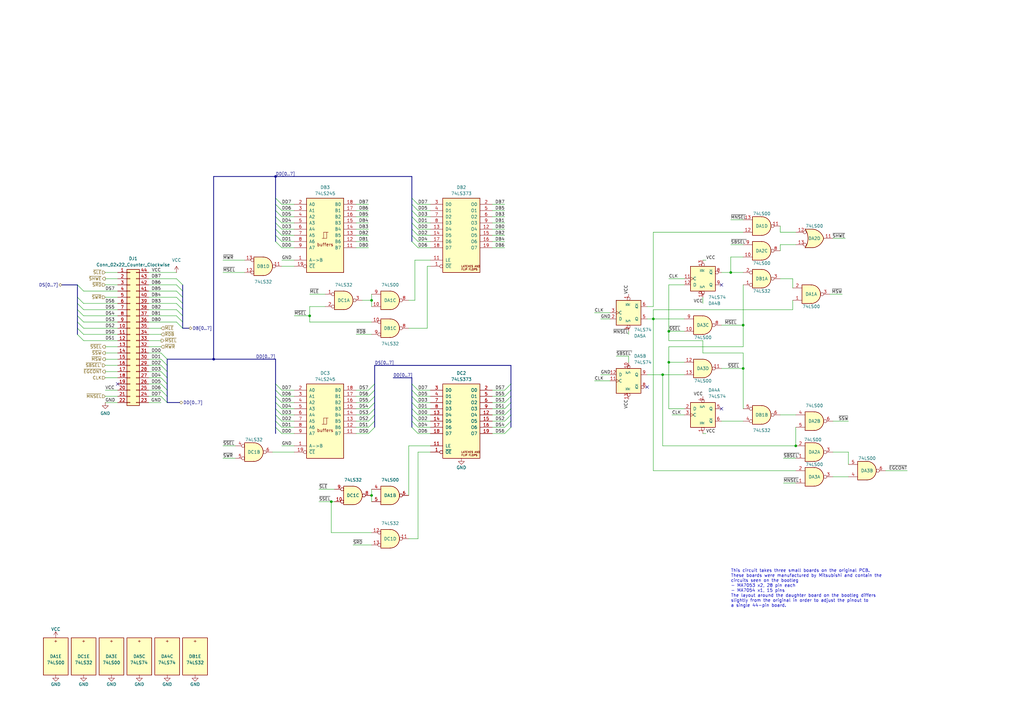
<source format=kicad_sch>
(kicad_sch (version 20231120) (generator "eeschema") (generator_version "8.0")
  (paper "A3")
  (title_block (title "Small daughter board") (date "2024-10-12") (company "JOTEGO") (comment 1 "Jose Tejada"))
  (lib_symbols
    (symbol "Connector_Generic:Conn_02x22_Counter_Clockwise" (pin_names (offset 1.016) hide)
      (property "Reference" "J" (at 1.27 27.94 0))
      (property "Value" "Conn_02x22_Counter_Clockwise" (at 1.27 -30.48 0))
      (symbol "Conn_02x22_Counter_Clockwise_1_1"
        (pin passive line (at -5.08 25.4 0) (length 3.81) (name "Pin_1") (number "1"))
        (pin passive line (at -5.08 2.54 0) (length 3.81) (name "Pin_10") (number "10"))
        (pin passive line (at -5.08 0 0) (length 3.81) (name "Pin_11") (number "11"))
        (pin passive line (at -5.08 -2.54 0) (length 3.81) (name "Pin_12") (number "12"))
        (pin passive line (at -5.08 -5.08 0) (length 3.81) (name "Pin_13") (number "13"))
        (pin passive line (at -5.08 -7.62 0) (length 3.81) (name "Pin_14") (number "14"))
        (pin passive line (at -5.08 -10.16 0) (length 3.81) (name "Pin_15") (number "15"))
        (pin passive line (at -5.08 -12.7 0) (length 3.81) (name "Pin_16") (number "16"))
        (pin passive line (at -5.08 -15.24 0) (length 3.81) (name "Pin_17") (number "17"))
        (pin passive line (at -5.08 -17.78 0) (length 3.81) (name "Pin_18") (number "18"))
        (pin passive line (at -5.08 -20.32 0) (length 3.81) (name "Pin_19") (number "19"))
        (pin passive line (at -5.08 22.86 0) (length 3.81) (name "Pin_2") (number "2"))
        (pin passive line (at -5.08 -22.86 0) (length 3.81) (name "Pin_20") (number "20"))
        (pin passive line (at -5.08 -25.4 0) (length 3.81) (name "Pin_21") (number "21"))
        (pin passive line (at -5.08 -27.94 0) (length 3.81) (name "Pin_22") (number "22"))
        (pin passive line (at 7.62 -27.94 180) (length 3.81) (name "Pin_23") (number "23"))
        (pin passive line (at 7.62 -25.4 180) (length 3.81) (name "Pin_24") (number "24"))
        (pin passive line (at 7.62 -22.86 180) (length 3.81) (name "Pin_25") (number "25"))
        (pin passive line (at 7.62 -20.32 180) (length 3.81) (name "Pin_26") (number "26"))
        (pin passive line (at 7.62 -17.78 180) (length 3.81) (name "Pin_27") (number "27"))
        (pin passive line (at 7.62 -15.24 180) (length 3.81) (name "Pin_28") (number "28"))
        (pin passive line (at 7.62 -12.7 180) (length 3.81) (name "Pin_29") (number "29"))
        (pin passive line (at -5.08 20.32 0) (length 3.81) (name "Pin_3") (number "3"))
        (pin passive line (at 7.62 -10.16 180) (length 3.81) (name "Pin_30") (number "30"))
        (pin passive line (at 7.62 -7.62 180) (length 3.81) (name "Pin_31") (number "31"))
        (pin passive line (at 7.62 -5.08 180) (length 3.81) (name "Pin_32") (number "32"))
        (pin passive line (at 7.62 -2.54 180) (length 3.81) (name "Pin_33") (number "33"))
        (pin passive line (at 7.62 0 180) (length 3.81) (name "Pin_34") (number "34"))
        (pin passive line (at 7.62 2.54 180) (length 3.81) (name "Pin_35") (number "35"))
        (pin passive line (at 7.62 5.08 180) (length 3.81) (name "Pin_36") (number "36"))
        (pin passive line (at 7.62 7.62 180) (length 3.81) (name "Pin_37") (number "37"))
        (pin passive line (at 7.62 10.16 180) (length 3.81) (name "Pin_38") (number "38"))
        (pin passive line (at 7.62 12.7 180) (length 3.81) (name "Pin_39") (number "39"))
        (pin passive line (at -5.08 17.78 0) (length 3.81) (name "Pin_4") (number "4"))
        (pin passive line (at 7.62 15.24 180) (length 3.81) (name "Pin_40") (number "40"))
        (pin passive line (at 7.62 17.78 180) (length 3.81) (name "Pin_41") (number "41"))
        (pin passive line (at 7.62 20.32 180) (length 3.81) (name "Pin_42") (number "42"))
        (pin passive line (at 7.62 22.86 180) (length 3.81) (name "Pin_43") (number "43"))
        (pin passive line (at 7.62 25.4 180) (length 3.81) (name "Pin_44") (number "44"))
        (pin passive line (at -5.08 15.24 0) (length 3.81) (name "Pin_5") (number "5"))
        (pin passive line (at -5.08 12.7 0) (length 3.81) (name "Pin_6") (number "6"))
        (pin passive line (at -5.08 10.16 0) (length 3.81) (name "Pin_7") (number "7"))
        (pin passive line (at -5.08 7.62 0) (length 3.81) (name "Pin_8") (number "8"))
        (pin passive line (at -5.08 5.08 0) (length 3.81) (name "Pin_9") (number "9"))
      )
    )
    (symbol "jt74:74LS00" (pin_names (offset 1.016))
      (property "Reference" "U" (at 0 1.27 0))
      (property "Value" "74LS00" (at 0 -1.27 0))
      (symbol "74LS00_1_1"
        (pin input line (at -7.62 2.54 0) (length 3.81) (name "~") (number "1"))
        (pin input line (at -7.62 -2.54 0) (length 3.81) (name "~") (number "2"))
        (pin output inverted (at 7.62 0 180) (length 3.81) (name "~") (number "3"))
      )
      (symbol "74LS00_1_2"
        (pin input inverted (at -7.62 2.54 0) (length 4.318) (name "~") (number "1"))
        (pin input inverted (at -7.62 -2.54 0) (length 4.318) (name "~") (number "2"))
        (pin output line (at 7.62 0 180) (length 3.81) (name "~") (number "3"))
      )
      (symbol "74LS00_2_1"
        (pin input line (at -7.62 2.54 0) (length 3.81) (name "~") (number "4"))
        (pin input line (at -7.62 -2.54 0) (length 3.81) (name "~") (number "5"))
        (pin output inverted (at 7.62 0 180) (length 3.81) (name "~") (number "6"))
      )
      (symbol "74LS00_2_2"
        (pin input inverted (at -7.62 2.54 0) (length 4.318) (name "~") (number "4"))
        (pin input inverted (at -7.62 -2.54 0) (length 4.318) (name "~") (number "5"))
        (pin output line (at 7.62 0 180) (length 3.81) (name "~") (number "6"))
      )
      (symbol "74LS00_3_1"
        (pin input line (at -7.62 -2.54 0) (length 3.81) (name "~") (number "10"))
        (pin output inverted (at 7.62 0 180) (length 3.81) (name "~") (number "8"))
        (pin input line (at -7.62 2.54 0) (length 3.81) (name "~") (number "9"))
      )
      (symbol "74LS00_3_2"
        (pin input inverted (at -7.62 -2.54 0) (length 4.318) (name "~") (number "10"))
        (pin output line (at 7.62 0 180) (length 3.81) (name "~") (number "8"))
        (pin input inverted (at -7.62 2.54 0) (length 4.318) (name "~") (number "9"))
      )
      (symbol "74LS00_4_1"
        (pin output inverted (at 7.62 0 180) (length 3.81) (name "~") (number "11"))
        (pin input line (at -7.62 2.54 0) (length 3.81) (name "~") (number "12"))
        (pin input line (at -7.62 -2.54 0) (length 3.81) (name "~") (number "13"))
      )
      (symbol "74LS00_4_2"
        (pin output line (at 7.62 0 180) (length 3.81) (name "~") (number "11"))
        (pin input inverted (at -7.62 2.54 0) (length 4.318) (name "~") (number "12"))
        (pin input inverted (at -7.62 -2.54 0) (length 4.318) (name "~") (number "13"))
      )
      (symbol "74LS00_5_0"
        (pin power_in line (at 0 7.62 270) (length 5.08) hide (name "VCC") (number "14"))
        (pin power_in line (at 0 -7.62 90) (length 5.08) hide (name "VSS") (number "7"))
      )
      (symbol "74LS00_5_1"
        (text "+" (at 0 6.35 0) (effects (font (size 1.27 1.27))))
      )
    )
    (symbol "jt74:74LS245" (pin_names (offset 1.016))
      (property "Reference" "U" (at -7.62 16.51 0))
      (property "Value" "74LS245" (at 2.54 -13.97 0))
      (symbol "74LS245_0_0"
        (text "buffers" (at 0 -3.81 0) (effects (font (size 1.27 1.27))))
      )
      (symbol "74LS245_1_0"
        (pin input line (at -12.7 -10.16 0) (length 5.08) (name "A->B") (number "1"))
        (pin tri_state line (at 12.7 -5.08 180) (length 5.08) (name "B7") (number "11"))
        (pin tri_state line (at 12.7 -2.54 180) (length 5.08) (name "B6") (number "12"))
        (pin tri_state line (at 12.7 0 180) (length 5.08) (name "B5") (number "13"))
        (pin tri_state line (at 12.7 2.54 180) (length 5.08) (name "B4") (number "14"))
        (pin tri_state line (at 12.7 5.08 180) (length 5.08) (name "B3") (number "15"))
        (pin tri_state line (at 12.7 7.62 180) (length 5.08) (name "B2") (number "16"))
        (pin tri_state line (at 12.7 10.16 180) (length 5.08) (name "B1") (number "17"))
        (pin tri_state line (at 12.7 12.7 180) (length 5.08) (name "B0") (number "18"))
        (pin input inverted (at -12.7 -12.7 0) (length 5.08) (name "~{CE}") (number "19"))
        (pin tri_state line (at -12.7 12.7 0) (length 5.08) (name "A0") (number "2"))
        (pin tri_state line (at -12.7 10.16 0) (length 5.08) (name "A1") (number "3"))
        (pin tri_state line (at -12.7 7.62 0) (length 5.08) (name "A2") (number "4"))
        (pin tri_state line (at -12.7 5.08 0) (length 5.08) (name "A3") (number "5"))
        (pin tri_state line (at -12.7 2.54 0) (length 5.08) (name "A4") (number "6"))
        (pin tri_state line (at -12.7 0 0) (length 5.08) (name "A5") (number "7"))
        (pin tri_state line (at -12.7 -2.54 0) (length 5.08) (name "A6") (number "8"))
        (pin tri_state line (at -12.7 -5.08 0) (length 5.08) (name "A7") (number "9"))
      )
    )
    (symbol "jt74:74LS32" (pin_names (offset 1.016))
      (property "Reference" "U" (at 0 1.27 0))
      (property "Value" "74LS32" (at 0 -1.27 0))
      (symbol "74LS32_1_1"
        (pin input line (at -7.62 2.54 0) (length 4.318) (name "~") (number "1"))
        (pin input line (at -7.62 -2.54 0) (length 4.318) (name "~") (number "2"))
        (pin output line (at 7.62 0 180) (length 3.81) (name "~") (number "3"))
      )
      (symbol "74LS32_1_2"
        (pin input inverted (at -7.62 2.54 0) (length 3.81) (name "~") (number "1"))
        (pin input inverted (at -7.62 -2.54 0) (length 3.81) (name "~") (number "2"))
        (pin output inverted (at 7.62 0 180) (length 3.81) (name "~") (number "3"))
      )
      (symbol "74LS32_2_1"
        (pin input line (at -7.62 2.54 0) (length 4.318) (name "~") (number "4"))
        (pin input line (at -7.62 -2.54 0) (length 4.318) (name "~") (number "5"))
        (pin output line (at 7.62 0 180) (length 3.81) (name "~") (number "6"))
      )
      (symbol "74LS32_2_2"
        (pin input inverted (at -7.62 2.54 0) (length 3.81) (name "~") (number "4"))
        (pin input inverted (at -7.62 -2.54 0) (length 3.81) (name "~") (number "5"))
        (pin output inverted (at 7.62 0 180) (length 3.81) (name "~") (number "6"))
      )
      (symbol "74LS32_3_1"
        (pin input line (at -7.62 -2.54 0) (length 4.318) (name "~") (number "10"))
        (pin output line (at 7.62 0 180) (length 3.81) (name "~") (number "8"))
        (pin input line (at -7.62 2.54 0) (length 4.318) (name "~") (number "9"))
      )
      (symbol "74LS32_3_2"
        (pin input inverted (at -7.62 -2.54 0) (length 3.81) (name "~") (number "10"))
        (pin output inverted (at 7.62 0 180) (length 3.81) (name "~") (number "8"))
        (pin input inverted (at -7.62 2.54 0) (length 3.81) (name "~") (number "9"))
      )
      (symbol "74LS32_4_1"
        (pin output line (at 7.62 0 180) (length 3.81) (name "~") (number "11"))
        (pin input line (at -7.62 2.54 0) (length 4.318) (name "~") (number "12"))
        (pin input line (at -7.62 -2.54 0) (length 4.318) (name "~") (number "13"))
      )
      (symbol "74LS32_4_2"
        (pin output inverted (at 7.62 0 180) (length 3.81) (name "~") (number "11"))
        (pin input inverted (at -7.62 2.54 0) (length 3.81) (name "~") (number "12"))
        (pin input inverted (at -7.62 -2.54 0) (length 3.81) (name "~") (number "13"))
      )
      (symbol "74LS32_5_0"
        (pin power_in line (at 0 7.62 270) (length 5.08) hide (name "VCC") (number "14"))
        (pin power_in line (at 0 -7.62 90) (length 5.08) hide (name "VSS") (number "7"))
      )
      (symbol "74LS32_5_1"
        (text "+" (at 0 6.35 0) (effects (font (size 1.27 1.27))))
      )
    )
    (symbol "jt74:74LS373" (pin_names (offset 1.016))
      (property "Reference" "U" (at -7.62 16.51 0))
      (property "Value" "74LS373" (at -7.62 -16.51 0))
      (symbol "74LS373_0_0"
        (text "FLIP FLOPS" (at 3.302 -13.97 0) (effects (font (size 0.762 0.762))))
        (text "LATCHES AND" (at 3.81 -12.7 0) (effects (font (size 0.762 0.762))))
      )
      (symbol "74LS373_1_0"
        (pin input inverted (at -12.7 -12.7 0) (length 5.08) (name "~{OE}") (number "1"))
        (pin power_in line (at 0 -15.24 90) (length 5.08) hide (name "VSS") (number "10"))
        (pin input line (at -12.7 -10.16 0) (length 5.08) (name "LE") (number "11"))
        (pin tri_state line (at 12.7 2.54 180) (length 5.08) (name "O4") (number "12"))
        (pin input line (at -12.7 2.54 0) (length 5.08) (name "D4") (number "13"))
        (pin input line (at -12.7 0 0) (length 5.08) (name "D5") (number "14"))
        (pin tri_state line (at 12.7 0 180) (length 5.08) (name "O5") (number "15"))
        (pin tri_state line (at 12.7 -2.54 180) (length 5.08) (name "O6") (number "16"))
        (pin input line (at -12.7 -2.54 0) (length 5.08) (name "D6") (number "17"))
        (pin input line (at -12.7 -5.08 0) (length 5.08) (name "D7") (number "18"))
        (pin tri_state line (at 12.7 -5.08 180) (length 5.08) (name "O7") (number "19"))
        (pin tri_state line (at 12.7 12.7 180) (length 5.08) (name "O0") (number "2"))
        (pin power_in line (at 0 15.24 270) (length 5.08) hide (name "VCC") (number "20"))
        (pin input line (at -12.7 12.7 0) (length 5.08) (name "D0") (number "3"))
        (pin input line (at -12.7 10.16 0) (length 5.08) (name "D1") (number "4"))
        (pin tri_state line (at 12.7 10.16 180) (length 5.08) (name "O1") (number "5"))
        (pin tri_state line (at 12.7 7.62 180) (length 5.08) (name "O2") (number "6"))
        (pin input line (at -12.7 7.62 0) (length 5.08) (name "D2") (number "7"))
        (pin input line (at -12.7 5.08 0) (length 5.08) (name "D3") (number "8"))
        (pin tri_state line (at 12.7 5.08 180) (length 5.08) (name "O3") (number "9"))
      )
    )
    (symbol "jt74:74LS74" (pin_names (offset 1.016))
      (property "Reference" "U" (at 0 2.54 0))
      (property "Value" "74LS74" (at 0 0 0))
      (symbol "74LS74_0_1"
        (text "+" (at 0 6.35 0) (effects (font (size 1.27 1.27))))
      )
      (symbol "74LS74_1_0"
        (pin input inverted (at 0 -7.62 90) (length 2.54) (name "~{R}") (number "1"))
        (pin input line (at -7.62 2.54 0) (length 2.54) (name "D") (number "2"))
        (pin input clock (at -7.62 0 0) (length 2.54) (name "C") (number "3"))
        (pin input inverted (at 0 7.62 270) (length 2.54) (name "~{S}") (number "4"))
        (pin output line (at 7.62 2.54 180) (length 2.54) (name "Q") (number "5"))
        (pin output line (at 7.62 -2.54 180) (length 2.54) (name "~{Q}") (number "6"))
      )
      (symbol "74LS74_2_0"
        (pin input clock (at -7.62 0 0) (length 2.54) (name "C") (number "11"))
        (pin input line (at -7.62 2.54 0) (length 2.54) (name "D") (number "12"))
        (pin input inverted (at 0 -7.62 90) (length 2.54) (name "~{R}") (number "13"))
        (pin output inverted (at 7.62 -2.54 180) (length 2.54) (name "~{Q}") (number "8"))
        (pin output line (at 7.62 2.54 180) (length 2.54) (name "Q") (number "9"))
      )
      (symbol "74LS74_2_1"
        (pin input inverted (at 0 7.62 270) (length 2.54) (name "~{S}") (number "10"))
      )
      (symbol "74LS74_3_0"
        (pin power_in line (at 0 7.62 270) (length 2.54) hide (name "VCC") (number "14"))
        (pin power_in line (at 0 -7.62 90) (length 2.54) hide (name "VSS") (number "7"))
      )
    )
    (symbol "power:GND" (power) (pin_numbers hide) (pin_names (offset 0) hide)
      (property "Value" "GND" (at 0 -3.81 0))
      (symbol "GND_1_1"
        (pin power_in line (at 0 0 270) (length 0) (name "~") (number "1"))
      )
    )
    (symbol "power:VCC" (power) (pin_numbers hide) (pin_names (offset 0) hide)
      (property "Value" "VCC" (at 0 3.556 0))
      (symbol "VCC_1_1"
        (pin power_in line (at 0 0 90) (length 0) (name "~") (number "1"))
      )
    )
  )
  (junction (at 271.78 153.67))
  (junction (at 87.63 147.32))
  (junction (at 304.8 133.35))
  (junction (at 326.39 182.88))
  (junction (at 299.72 111.76))
  (junction (at 274.32 148.59))
  (junction (at 127 129.54))
  (junction (at 113.03 72.39))
  (junction (at 135.89 205.74))
  (junction (at 152.4 123.19))
  (junction (at 267.97 130.81))
  (junction (at 304.8 151.13))
  (junction (at 152.4 203.2))
  (junction (at 274.32 135.89))
  (no_connect (at 265.43 158.75))
  (no_connect (at 48.26 157.48))
  (no_connect (at 295.91 167.64))
  (no_connect (at 295.91 116.84))
  (bus_entry (at 72.39 114.3) (size 2.54 2.54))
  (bus_entry (at 151.13 167.64) (size 2.54 -2.54))
  (bus_entry (at 72.39 127) (size 2.54 2.54))
  (bus_entry (at 113.03 160.02) (size 2.54 2.54))
  (bus_entry (at 168.91 167.64) (size 2.54 2.54))
  (bus_entry (at 168.91 175.26) (size 2.54 2.54))
  (bus_entry (at 207.01 177.8) (size 2.54 -2.54))
  (bus_entry (at 31.75 132.08) (size 2.54 2.54))
  (bus_entry (at 207.01 160.02) (size 2.54 -2.54))
  (bus_entry (at 151.13 172.72) (size 2.54 -2.54))
  (bus_entry (at 66.04 160.02) (size 2.54 2.54))
  (bus_entry (at 31.75 129.54) (size 2.54 2.54))
  (bus_entry (at 66.04 147.32) (size 2.54 2.54))
  (bus_entry (at 66.04 149.86) (size 2.54 2.54))
  (bus_entry (at 151.13 177.8) (size 2.54 -2.54))
  (bus_entry (at 113.03 86.36) (size 2.54 2.54))
  (bus_entry (at 168.91 83.82) (size 2.54 2.54))
  (bus_entry (at 207.01 172.72) (size 2.54 -2.54))
  (bus_entry (at 168.91 93.98) (size 2.54 2.54))
  (bus_entry (at 168.91 81.28) (size 2.54 2.54))
  (bus_entry (at 66.04 152.4) (size 2.54 2.54))
  (bus_entry (at 72.39 129.54) (size 2.54 2.54))
  (bus_entry (at 168.91 96.52) (size 2.54 2.54))
  (bus_entry (at 72.39 124.46) (size 2.54 2.54))
  (bus_entry (at 113.03 83.82) (size 2.54 2.54))
  (bus_entry (at 207.01 162.56) (size 2.54 -2.54))
  (bus_entry (at 151.13 175.26) (size 2.54 -2.54))
  (bus_entry (at 113.03 99.06) (size 2.54 2.54))
  (bus_entry (at 168.91 99.06) (size 2.54 2.54))
  (bus_entry (at 31.75 134.62) (size 2.54 2.54))
  (bus_entry (at 168.91 91.44) (size 2.54 2.54))
  (bus_entry (at 31.75 124.46) (size 2.54 2.54))
  (bus_entry (at 72.39 119.38) (size 2.54 2.54))
  (bus_entry (at 168.91 86.36) (size 2.54 2.54))
  (bus_entry (at 66.04 144.78) (size 2.54 2.54))
  (bus_entry (at 168.91 170.18) (size 2.54 2.54))
  (bus_entry (at 31.75 121.92) (size 2.54 2.54))
  (bus_entry (at 168.91 160.02) (size 2.54 2.54))
  (bus_entry (at 31.75 127) (size 2.54 2.54))
  (bus_entry (at 31.75 137.16) (size 2.54 2.54))
  (bus_entry (at 113.03 96.52) (size 2.54 2.54))
  (bus_entry (at 151.13 165.1) (size 2.54 -2.54))
  (bus_entry (at 151.13 170.18) (size 2.54 -2.54))
  (bus_entry (at 113.03 81.28) (size 2.54 2.54))
  (bus_entry (at 113.03 170.18) (size 2.54 2.54))
  (bus_entry (at 31.75 116.84) (size 2.54 2.54))
  (bus_entry (at 207.01 167.64) (size 2.54 -2.54))
  (bus_entry (at 113.03 167.64) (size 2.54 2.54))
  (bus_entry (at 113.03 175.26) (size 2.54 2.54))
  (bus_entry (at 168.91 165.1) (size 2.54 2.54))
  (bus_entry (at 66.04 162.56) (size 2.54 2.54))
  (bus_entry (at 113.03 91.44) (size 2.54 2.54))
  (bus_entry (at 113.03 88.9) (size 2.54 2.54))
  (bus_entry (at 207.01 165.1) (size 2.54 -2.54))
  (bus_entry (at 151.13 160.02) (size 2.54 -2.54))
  (bus_entry (at 151.13 162.56) (size 2.54 -2.54))
  (bus_entry (at 66.04 157.48) (size 2.54 2.54))
  (bus_entry (at 168.91 172.72) (size 2.54 2.54))
  (bus_entry (at 72.39 132.08) (size 2.54 2.54))
  (bus_entry (at 113.03 165.1) (size 2.54 2.54))
  (bus_entry (at 168.91 162.56) (size 2.54 2.54))
  (bus_entry (at 207.01 170.18) (size 2.54 -2.54))
  (bus_entry (at 168.91 157.48) (size 2.54 2.54))
  (bus_entry (at 113.03 162.56) (size 2.54 2.54))
  (bus_entry (at 113.03 157.48) (size 2.54 2.54))
  (bus_entry (at 168.91 88.9) (size 2.54 2.54))
  (bus_entry (at 72.39 116.84) (size 2.54 2.54))
  (bus_entry (at 113.03 93.98) (size 2.54 2.54))
  (bus_entry (at 66.04 154.94) (size 2.54 2.54))
  (bus_entry (at 113.03 172.72) (size 2.54 2.54))
  (bus_entry (at 207.01 175.26) (size 2.54 -2.54))
  (bus_entry (at 72.39 121.92) (size 2.54 2.54))
  (wire (pts (xy 66.04 157.48) (xy 60.96 157.48)))
  (bus (pts (xy 25.4 116.84) (xy 31.75 116.84)))
  (wire (pts (xy 48.26 119.38) (xy 34.29 119.38)))
  (wire (pts (xy 34.29 137.16) (xy 48.26 137.16)))
  (wire (pts (xy 43.18 147.32) (xy 48.26 147.32)))
  (wire (pts (xy 274.32 139.7) (xy 288.29 139.7)))
  (wire (pts (xy 267.97 130.81) (xy 267.97 127)))
  (wire (pts (xy 171.45 99.06) (xy 176.53 99.06)))
  (wire (pts (xy 347.98 190.5) (xy 347.98 185.42)))
  (wire (pts (xy 171.45 177.8) (xy 176.53 177.8)))
  (wire (pts (xy 60.96 124.46) (xy 72.39 124.46)))
  (wire (pts (xy 274.32 135.89) (xy 274.32 139.7)))
  (bus (pts (xy 168.91 170.18) (xy 168.91 167.64)))
  (wire (pts (xy 201.93 165.1) (xy 207.01 165.1)))
  (wire (pts (xy 171.45 96.52) (xy 176.53 96.52)))
  (wire (pts (xy 274.32 135.89) (xy 280.67 135.89)))
  (bus (pts (xy 209.55 165.1) (xy 209.55 167.64)))
  (wire (pts (xy 274.32 148.59) (xy 274.32 167.64)))
  (wire (pts (xy 201.93 177.8) (xy 207.01 177.8)))
  (bus (pts (xy 87.63 147.32) (xy 68.58 147.32)))
  (wire (pts (xy 207.01 88.9) (xy 201.93 88.9)))
  (wire (pts (xy 274.32 116.84) (xy 280.67 116.84)))
  (wire (pts (xy 171.45 165.1) (xy 176.53 165.1)))
  (wire (pts (xy 265.43 130.81) (xy 267.97 130.81)))
  (bus (pts (xy 113.03 83.82) (xy 113.03 86.36)))
  (wire (pts (xy 171.45 170.18) (xy 176.53 170.18)))
  (wire (pts (xy 151.13 165.1) (xy 146.05 165.1)))
  (wire (pts (xy 146.05 137.16) (xy 152.4 137.16)))
  (wire (pts (xy 167.64 220.98) (xy 171.45 220.98)))
  (wire (pts (xy 43.18 162.56) (xy 48.26 162.56)))
  (bus (pts (xy 113.03 160.02) (xy 113.03 157.48)))
  (wire (pts (xy 257.81 148.59) (xy 257.81 146.05)))
  (wire (pts (xy 341.63 195.58) (xy 347.98 195.58)))
  (wire (pts (xy 320.04 100.33) (xy 326.39 100.33)))
  (bus (pts (xy 168.91 93.98) (xy 168.91 91.44)))
  (wire (pts (xy 115.57 160.02) (xy 120.65 160.02)))
  (bus (pts (xy 209.55 149.86) (xy 209.55 157.48)))
  (wire (pts (xy 325.12 114.3) (xy 320.04 114.3)))
  (wire (pts (xy 43.18 144.78) (xy 48.26 144.78)))
  (wire (pts (xy 60.96 114.3) (xy 72.39 114.3)))
  (bus (pts (xy 113.03 177.8) (xy 113.03 175.26)))
  (wire (pts (xy 304.8 151.13) (xy 304.8 167.64)))
  (wire (pts (xy 48.26 124.46) (xy 34.29 124.46)))
  (bus (pts (xy 68.58 147.32) (xy 68.58 149.86)))
  (bus (pts (xy 168.91 83.82) (xy 168.91 81.28)))
  (wire (pts (xy 171.45 167.64) (xy 176.53 167.64)))
  (wire (pts (xy 127 120.65) (xy 133.35 120.65)))
  (bus (pts (xy 168.91 72.39) (xy 113.03 72.39)))
  (bus (pts (xy 168.91 81.28) (xy 168.91 72.39)))
  (bus (pts (xy 74.93 132.08) (xy 74.93 134.62)))
  (wire (pts (xy 43.18 165.1) (xy 48.26 165.1)))
  (wire (pts (xy 207.01 167.64) (xy 201.93 167.64)))
  (wire (pts (xy 299.72 105.41) (xy 304.8 105.41)))
  (wire (pts (xy 152.4 203.2) (xy 152.4 205.74)))
  (wire (pts (xy 151.13 93.98) (xy 146.05 93.98)))
  (wire (pts (xy 246.38 153.67) (xy 250.19 153.67)))
  (wire (pts (xy 267.97 130.81) (xy 267.97 193.04)))
  (wire (pts (xy 267.97 193.04) (xy 326.39 193.04)))
  (wire (pts (xy 115.57 170.18) (xy 120.65 170.18)))
  (bus (pts (xy 74.93 124.46) (xy 74.93 127)))
  (wire (pts (xy 326.39 182.88) (xy 326.39 175.26)))
  (wire (pts (xy 151.13 101.6) (xy 146.05 101.6)))
  (wire (pts (xy 151.13 167.64) (xy 146.05 167.64)))
  (bus (pts (xy 74.93 121.92) (xy 74.93 124.46)))
  (wire (pts (xy 115.57 83.82) (xy 120.65 83.82)))
  (wire (pts (xy 207.01 172.72) (xy 201.93 172.72)))
  (wire (pts (xy 175.26 134.62) (xy 175.26 109.22)))
  (wire (pts (xy 48.26 139.7) (xy 34.29 139.7)))
  (wire (pts (xy 66.04 152.4) (xy 60.96 152.4)))
  (wire (pts (xy 341.63 172.72) (xy 347.98 172.72)))
  (wire (pts (xy 43.18 116.84) (xy 48.26 116.84)))
  (bus (pts (xy 31.75 134.62) (xy 31.75 132.08)))
  (wire (pts (xy 171.45 91.44) (xy 176.53 91.44)))
  (wire (pts (xy 265.43 153.67) (xy 271.78 153.67)))
  (wire (pts (xy 91.44 182.88) (xy 96.52 182.88)))
  (wire (pts (xy 325.12 118.11) (xy 325.12 114.3)))
  (wire (pts (xy 115.57 93.98) (xy 120.65 93.98)))
  (wire (pts (xy 265.43 125.73) (xy 267.97 125.73)))
  (wire (pts (xy 275.59 170.18) (xy 280.67 170.18)))
  (bus (pts (xy 74.93 129.54) (xy 74.93 132.08)))
  (wire (pts (xy 171.45 93.98) (xy 176.53 93.98)))
  (wire (pts (xy 207.01 170.18) (xy 201.93 170.18)))
  (bus (pts (xy 74.93 119.38) (xy 74.93 121.92)))
  (wire (pts (xy 171.45 185.42) (xy 176.53 185.42)))
  (wire (pts (xy 171.45 101.6) (xy 176.53 101.6)))
  (wire (pts (xy 304.8 116.84) (xy 304.8 133.35)))
  (wire (pts (xy 43.18 142.24) (xy 48.26 142.24)))
  (wire (pts (xy 151.13 88.9) (xy 146.05 88.9)))
  (bus (pts (xy 168.91 99.06) (xy 168.91 96.52)))
  (bus (pts (xy 209.55 170.18) (xy 209.55 172.72)))
  (bus (pts (xy 31.75 129.54) (xy 31.75 127)))
  (bus (pts (xy 168.91 157.48) (xy 168.91 154.94)))
  (bus (pts (xy 113.03 72.39) (xy 87.63 72.39)))
  (wire (pts (xy 115.57 91.44) (xy 120.65 91.44)))
  (wire (pts (xy 66.04 147.32) (xy 60.96 147.32)))
  (wire (pts (xy 321.31 187.96) (xy 326.39 187.96)))
  (wire (pts (xy 60.96 121.92) (xy 72.39 121.92)))
  (wire (pts (xy 130.81 205.74) (xy 135.89 205.74)))
  (wire (pts (xy 171.45 175.26) (xy 176.53 175.26)))
  (bus (pts (xy 113.03 91.44) (xy 113.03 93.98)))
  (bus (pts (xy 68.58 165.1) (xy 73.66 165.1)))
  (wire (pts (xy 167.64 203.2) (xy 167.64 182.88)))
  (wire (pts (xy 60.96 142.24) (xy 66.04 142.24)))
  (wire (pts (xy 299.72 111.76) (xy 299.72 105.41)))
  (wire (pts (xy 115.57 165.1) (xy 120.65 165.1)))
  (bus (pts (xy 161.29 154.94) (xy 168.91 154.94)))
  (bus (pts (xy 74.93 134.62) (xy 77.47 134.62)))
  (wire (pts (xy 127 125.73) (xy 127 129.54)))
  (wire (pts (xy 152.4 200.66) (xy 152.4 203.2)))
  (bus (pts (xy 31.75 137.16) (xy 31.75 134.62)))
  (bus (pts (xy 153.67 170.18) (xy 153.67 172.72)))
  (wire (pts (xy 66.04 154.94) (xy 60.96 154.94)))
  (wire (pts (xy 170.18 123.19) (xy 167.64 123.19)))
  (wire (pts (xy 274.32 142.24) (xy 274.32 148.59)))
  (bus (pts (xy 153.67 160.02) (xy 153.67 162.56)))
  (wire (pts (xy 60.96 116.84) (xy 72.39 116.84)))
  (wire (pts (xy 151.13 96.52) (xy 146.05 96.52)))
  (bus (pts (xy 113.03 172.72) (xy 113.03 170.18)))
  (wire (pts (xy 115.57 88.9) (xy 120.65 88.9)))
  (bus (pts (xy 74.93 116.84) (xy 74.93 119.38)))
  (bus (pts (xy 209.55 160.02) (xy 209.55 162.56)))
  (bus (pts (xy 168.91 165.1) (xy 168.91 162.56)))
  (wire (pts (xy 148.59 123.19) (xy 152.4 123.19)))
  (wire (pts (xy 304.8 144.78) (xy 304.8 151.13)))
  (wire (pts (xy 115.57 86.36) (xy 120.65 86.36)))
  (bus (pts (xy 168.91 86.36) (xy 168.91 83.82)))
  (bus (pts (xy 153.67 167.64) (xy 153.67 170.18)))
  (bus (pts (xy 153.67 162.56) (xy 153.67 165.1)))
  (wire (pts (xy 320.04 100.33) (xy 320.04 102.87)))
  (wire (pts (xy 48.26 127) (xy 34.29 127)))
  (wire (pts (xy 151.13 83.82) (xy 146.05 83.82)))
  (wire (pts (xy 48.26 129.54) (xy 34.29 129.54)))
  (wire (pts (xy 43.18 114.3) (xy 48.26 114.3)))
  (wire (pts (xy 66.04 160.02) (xy 60.96 160.02)))
  (bus (pts (xy 168.91 91.44) (xy 168.91 88.9)))
  (wire (pts (xy 201.93 162.56) (xy 207.01 162.56)))
  (wire (pts (xy 152.4 123.19) (xy 152.4 125.73)))
  (wire (pts (xy 171.45 88.9) (xy 176.53 88.9)))
  (bus (pts (xy 209.55 167.64) (xy 209.55 170.18)))
  (bus (pts (xy 113.03 170.18) (xy 113.03 167.64)))
  (wire (pts (xy 115.57 109.22) (xy 120.65 109.22)))
  (wire (pts (xy 299.72 100.33) (xy 304.8 100.33)))
  (wire (pts (xy 127 125.73) (xy 133.35 125.73)))
  (wire (pts (xy 252.73 146.05) (xy 257.81 146.05)))
  (wire (pts (xy 271.78 153.67) (xy 280.67 153.67)))
  (wire (pts (xy 115.57 172.72) (xy 120.65 172.72)))
  (wire (pts (xy 288.29 144.78) (xy 304.8 144.78)))
  (wire (pts (xy 43.18 154.94) (xy 48.26 154.94)))
  (wire (pts (xy 207.01 91.44) (xy 201.93 91.44)))
  (bus (pts (xy 31.75 132.08) (xy 31.75 129.54)))
  (wire (pts (xy 320.04 170.18) (xy 326.39 170.18)))
  (wire (pts (xy 151.13 160.02) (xy 146.05 160.02)))
  (wire (pts (xy 207.01 93.98) (xy 201.93 93.98)))
  (bus (pts (xy 113.03 88.9) (xy 113.03 91.44)))
  (wire (pts (xy 120.65 129.54) (xy 127 129.54)))
  (wire (pts (xy 151.13 170.18) (xy 146.05 170.18)))
  (wire (pts (xy 176.53 106.68) (xy 170.18 106.68)))
  (wire (pts (xy 243.84 128.27) (xy 250.19 128.27)))
  (wire (pts (xy 43.18 121.92) (xy 48.26 121.92)))
  (bus (pts (xy 113.03 167.64) (xy 113.03 165.1)))
  (bus (pts (xy 113.03 81.28) (xy 113.03 83.82)))
  (wire (pts (xy 115.57 182.88) (xy 120.65 182.88)))
  (bus (pts (xy 87.63 72.39) (xy 87.63 147.32)))
  (wire (pts (xy 289.56 177.8) (xy 288.29 177.8)))
  (wire (pts (xy 60.96 127) (xy 72.39 127)))
  (wire (pts (xy 271.78 182.88) (xy 326.39 182.88)))
  (wire (pts (xy 127 132.08) (xy 152.4 132.08)))
  (wire (pts (xy 60.96 129.54) (xy 72.39 129.54)))
  (wire (pts (xy 60.96 139.7) (xy 66.04 139.7)))
  (bus (pts (xy 68.58 162.56) (xy 68.58 165.1)))
  (wire (pts (xy 207.01 96.52) (xy 201.93 96.52)))
  (wire (pts (xy 60.96 134.62) (xy 66.04 134.62)))
  (wire (pts (xy 267.97 127) (xy 325.12 127)))
  (wire (pts (xy 111.76 185.42) (xy 120.65 185.42)))
  (wire (pts (xy 43.18 152.4) (xy 48.26 152.4)))
  (wire (pts (xy 207.01 83.82) (xy 201.93 83.82)))
  (bus (pts (xy 113.03 162.56) (xy 113.03 160.02)))
  (bus (pts (xy 168.91 96.52) (xy 168.91 93.98)))
  (wire (pts (xy 91.44 106.68) (xy 100.33 106.68)))
  (wire (pts (xy 135.89 205.74) (xy 135.89 218.44)))
  (wire (pts (xy 171.45 172.72) (xy 176.53 172.72)))
  (bus (pts (xy 209.55 172.72) (xy 209.55 175.26)))
  (bus (pts (xy 113.03 175.26) (xy 113.03 172.72)))
  (bus (pts (xy 168.91 172.72) (xy 168.91 170.18)))
  (bus (pts (xy 113.03 93.98) (xy 113.03 96.52)))
  (wire (pts (xy 60.96 137.16) (xy 66.04 137.16)))
  (wire (pts (xy 207.01 99.06) (xy 201.93 99.06)))
  (wire (pts (xy 207.01 86.36) (xy 201.93 86.36)))
  (wire (pts (xy 167.64 182.88) (xy 176.53 182.88)))
  (wire (pts (xy 144.78 223.52) (xy 152.4 223.52)))
  (bus (pts (xy 168.91 160.02) (xy 168.91 157.48)))
  (wire (pts (xy 345.44 120.65) (xy 340.36 120.65)))
  (wire (pts (xy 130.81 200.66) (xy 137.16 200.66)))
  (bus (pts (xy 113.03 147.32) (xy 87.63 147.32)))
  (wire (pts (xy 347.98 185.42) (xy 341.63 185.42)))
  (wire (pts (xy 299.72 90.17) (xy 304.8 90.17)))
  (wire (pts (xy 115.57 101.6) (xy 120.65 101.6)))
  (wire (pts (xy 363.22 193.04) (xy 372.11 193.04)))
  (wire (pts (xy 175.26 109.22) (xy 176.53 109.22)))
  (wire (pts (xy 320.04 92.71) (xy 320.04 95.25)))
  (wire (pts (xy 207.01 160.02) (xy 201.93 160.02)))
  (bus (pts (xy 68.58 160.02) (xy 68.58 162.56)))
  (wire (pts (xy 43.18 160.02) (xy 48.26 160.02)))
  (wire (pts (xy 66.04 149.86) (xy 60.96 149.86)))
  (wire (pts (xy 60.96 132.08) (xy 72.39 132.08)))
  (wire (pts (xy 320.04 95.25) (xy 326.39 95.25)))
  (bus (pts (xy 153.67 157.48) (xy 153.67 160.02)))
  (bus (pts (xy 153.67 172.72) (xy 153.67 175.26)))
  (bus (pts (xy 113.03 96.52) (xy 113.03 99.06)))
  (bus (pts (xy 31.75 121.92) (xy 31.75 116.84)))
  (wire (pts (xy 152.4 120.65) (xy 152.4 123.19)))
  (wire (pts (xy 115.57 106.68) (xy 120.65 106.68)))
  (wire (pts (xy 135.89 218.44) (xy 152.4 218.44)))
  (wire (pts (xy 171.45 162.56) (xy 176.53 162.56)))
  (wire (pts (xy 171.45 160.02) (xy 176.53 160.02)))
  (wire (pts (xy 34.29 132.08) (xy 48.26 132.08)))
  (bus (pts (xy 153.67 149.86) (xy 209.55 149.86)))
  (bus (pts (xy 168.91 88.9) (xy 168.91 86.36)))
  (wire (pts (xy 274.32 148.59) (xy 280.67 148.59)))
  (bus (pts (xy 168.91 162.56) (xy 168.91 160.02)))
  (wire (pts (xy 171.45 185.42) (xy 171.45 220.98)))
  (wire (pts (xy 325.12 123.19) (xy 325.12 127)))
  (wire (pts (xy 267.97 130.81) (xy 280.67 130.81)))
  (wire (pts (xy 289.56 106.68) (xy 288.29 106.68)))
  (wire (pts (xy 304.8 133.35) (xy 304.8 142.24)))
  (wire (pts (xy 151.13 86.36) (xy 146.05 86.36)))
  (bus (pts (xy 68.58 157.48) (xy 68.58 160.02)))
  (wire (pts (xy 295.91 151.13) (xy 304.8 151.13)))
  (wire (pts (xy 271.78 153.67) (xy 271.78 182.88)))
  (wire (pts (xy 246.38 130.81) (xy 250.19 130.81)))
  (wire (pts (xy 115.57 96.52) (xy 120.65 96.52)))
  (bus (pts (xy 168.91 175.26) (xy 168.91 172.72)))
  (wire (pts (xy 48.26 134.62) (xy 34.29 134.62)))
  (wire (pts (xy 299.72 111.76) (xy 304.8 111.76)))
  (bus (pts (xy 31.75 124.46) (xy 31.75 121.92)))
  (wire (pts (xy 60.96 119.38) (xy 72.39 119.38)))
  (wire (pts (xy 151.13 162.56) (xy 146.05 162.56)))
  (wire (pts (xy 151.13 177.8) (xy 146.05 177.8)))
  (wire (pts (xy 274.32 167.64) (xy 280.67 167.64)))
  (bus (pts (xy 168.91 167.64) (xy 168.91 165.1)))
  (wire (pts (xy 295.91 111.76) (xy 299.72 111.76)))
  (wire (pts (xy 127 129.54) (xy 127 132.08)))
  (wire (pts (xy 151.13 172.72) (xy 146.05 172.72)))
  (bus (pts (xy 153.67 157.48) (xy 153.67 149.86)))
  (wire (pts (xy 171.45 86.36) (xy 176.53 86.36)))
  (bus (pts (xy 113.03 147.32) (xy 113.03 157.48)))
  (bus (pts (xy 209.55 162.56) (xy 209.55 165.1)))
  (wire (pts (xy 171.45 83.82) (xy 176.53 83.82)))
  (wire (pts (xy 91.44 187.96) (xy 96.52 187.96)))
  (wire (pts (xy 115.57 177.8) (xy 120.65 177.8)))
  (wire (pts (xy 151.13 91.44) (xy 146.05 91.44)))
  (bus (pts (xy 68.58 152.4) (xy 68.58 154.94)))
  (wire (pts (xy 167.64 134.62) (xy 175.26 134.62)))
  (wire (pts (xy 115.57 167.64) (xy 120.65 167.64)))
  (wire (pts (xy 274.32 135.89) (xy 274.32 116.84)))
  (bus (pts (xy 31.75 127) (xy 31.75 124.46)))
  (wire (pts (xy 115.57 175.26) (xy 120.65 175.26)))
  (bus (pts (xy 68.58 149.86) (xy 68.58 152.4)))
  (wire (pts (xy 304.8 142.24) (xy 274.32 142.24)))
  (bus (pts (xy 209.55 157.48) (xy 209.55 160.02)))
  (wire (pts (xy 288.29 139.7) (xy 288.29 144.78)))
  (wire (pts (xy 66.04 165.1) (xy 60.96 165.1)))
  (bus (pts (xy 153.67 165.1) (xy 153.67 167.64)))
  (wire (pts (xy 135.89 205.74) (xy 137.16 205.74)))
  (wire (pts (xy 295.91 133.35) (xy 304.8 133.35)))
  (wire (pts (xy 66.04 162.56) (xy 60.96 162.56)))
  (wire (pts (xy 267.97 95.25) (xy 304.8 95.25)))
  (wire (pts (xy 66.04 144.78) (xy 60.96 144.78)))
  (bus (pts (xy 68.58 154.94) (xy 68.58 157.48)))
  (bus (pts (xy 113.03 165.1) (xy 113.03 162.56)))
  (wire (pts (xy 60.96 111.76) (xy 72.39 111.76)))
  (wire (pts (xy 115.57 162.56) (xy 120.65 162.56)))
  (wire (pts (xy 341.63 97.79) (xy 346.71 97.79)))
  (wire (pts (xy 115.57 99.06) (xy 120.65 99.06)))
  (bus (pts (xy 113.03 86.36) (xy 113.03 88.9)))
  (wire (pts (xy 170.18 106.68) (xy 170.18 123.19)))
  (wire (pts (xy 243.84 156.21) (xy 250.19 156.21)))
  (wire (pts (xy 267.97 125.73) (xy 267.97 95.25)))
  (wire (pts (xy 207.01 101.6) (xy 201.93 101.6)))
  (wire (pts (xy 151.13 99.06) (xy 146.05 99.06)))
  (wire (pts (xy 207.01 175.26) (xy 201.93 175.26)))
  (wire (pts (xy 43.18 111.76) (xy 48.26 111.76)))
  (wire (pts (xy 295.91 172.72) (xy 304.8 172.72)))
  (bus (pts (xy 113.03 72.39) (xy 113.03 81.28)))
  (bus (pts (xy 74.93 127) (xy 74.93 129.54)))
  (wire (pts (xy 43.18 149.86) (xy 48.26 149.86)))
  (wire (pts (xy 321.31 198.12) (xy 326.39 198.12)))
  (wire (pts (xy 288.29 124.46) (xy 288.29 121.92)))
  (wire (pts (xy 274.32 114.3) (xy 280.67 114.3)))
  (wire (pts (xy 91.44 111.76) (xy 100.33 111.76)))
  (wire (pts (xy 257.81 137.16) (xy 257.81 135.89)))
  (wire (pts (xy 151.13 175.26) (xy 146.05 175.26)))
  (text "This circuit takes three small boards on the original PCB.\nThese boards were manufactured by Mitsubishi and contain the\ncircuits seen on the bootleg\n- MA7053 x2, 28 pin each\n- MA7054 x1, 15 pins\nThe layout around the daughter board on the bootleg differs\nslightly from the original in order to adjust the pinout to\na single 44-pin board." (at 299.72 241.3 0) (effects (font (size 1.27 1.27)) (justify left)))
  (label "DD3" (at 115.57 93.98 0))
  (label "DB3" (at 66.04 124.46 180))
  (label "DD2" (at 171.45 172.72 0))
  (label "DS7" (at 43.18 119.38 0))
  (label "DB5" (at 66.04 119.38 180))
  (label "VCC" (at 257.81 120.65 90))
  (label "DD[0..7]" (at 113.03 147.32 180))
  (label "~{SSEL}" (at 274.32 135.89 0))
  (label "DS6" (at 43.18 124.46 0))
  (label "GND" (at 246.38 130.81 0))
  (label "~{SSW}" (at 347.98 172.72 180))
  (label "DB0" (at 151.13 101.6 180))
  (label "~{RDB}" (at 146.05 137.16 0))
  (label "DB4" (at 66.04 121.92 180))
  (label "~{MWR}" (at 91.44 106.68 0))
  (label "DD1" (at 115.57 175.26 0))
  (label "DD6" (at 66.04 160.02 180))
  (label "CLK" (at 243.84 128.27 0))
  (label "DD6" (at 171.45 177.8 0))
  (label "CLK" (at 274.32 114.3 0))
  (label "DS0" (at 207.01 170.18 180))
  (label "DD7" (at 115.57 83.82 0))
  (label "DB6" (at 207.01 101.6 180))
  (label "GND" (at 115.57 182.88 0))
  (label "DB6" (at 66.04 116.84 180))
  (label "DB6" (at 151.13 86.36 180))
  (label "DD3" (at 171.45 165.1 0))
  (label "DS4" (at 43.18 129.54 0))
  (label "DD7" (at 171.45 160.02 0))
  (label "DD1" (at 171.45 91.44 0))
  (label "DD7" (at 171.45 83.82 0))
  (label "DS5" (at 151.13 165.1 180))
  (label "DD4" (at 115.57 167.64 0))
  (label "DD6" (at 171.45 101.6 0))
  (label "VCC" (at 288.29 124.46 180))
  (label "GND" (at 246.38 153.67 0))
  (label "DS2" (at 43.18 134.62 0))
  (label "~{SSEL}" (at 130.81 205.74 0))
  (label "DD4" (at 66.04 154.94 180))
  (label "~{MNSEL}" (at 257.81 137.16 180))
  (label "DS2" (at 151.13 172.72 180))
  (label "VCC" (at 288.29 162.56 180))
  (label "~{SLE}" (at 130.81 200.66 0))
  (label "DS3" (at 43.18 132.08 0))
  (label "DS[0..7]" (at 153.67 149.86 0))
  (label "DB1" (at 207.01 91.44 180))
  (label "~{MNSEL}" (at 321.31 198.12 0))
  (label "CLK" (at 243.84 156.21 0))
  (label "VCC" (at 289.56 106.68 0))
  (label "DS7" (at 151.13 160.02 180))
  (label "DD2" (at 115.57 96.52 0))
  (label "~{MSEL}" (at 120.65 129.54 0))
  (label "DB0" (at 207.01 93.98 180))
  (label "VCC" (at 66.04 111.76 180))
  (label "DS6" (at 207.01 177.8 180))
  (label "DD1" (at 115.57 99.06 0))
  (label "DS5" (at 207.01 162.56 180))
  (label "VCC" (at 257.81 163.83 270))
  (label "DB7" (at 207.01 83.82 180))
  (label "DD3" (at 171.45 88.9 0))
  (label "DD3" (at 115.57 170.18 0))
  (label "DD5" (at 115.57 165.1 0))
  (label "DD0" (at 171.45 170.18 0))
  (label "DD0" (at 115.57 101.6 0))
  (label "DS0" (at 151.13 177.8 180))
  (label "DD6" (at 115.57 86.36 0))
  (label "~{MSW}" (at 345.44 120.65 180))
  (label "DD[0..7]" (at 113.03 72.39 0))
  (label "DB4" (at 207.01 99.06 180))
  (label "GND" (at 66.04 165.1 180))
  (label "DD4" (at 171.45 99.06 0))
  (label "DB2" (at 66.04 127 180))
  (label "VCC" (at 43.18 160.02 0))
  (label "DB4" (at 151.13 91.44 180))
  (label "~{MNSEL}" (at 299.72 90.17 0))
  (label "DD5" (at 66.04 157.48 180))
  (label "~{SBSEL'}" (at 321.31 187.96 0))
  (label "~{SBSEL'}" (at 252.73 146.05 0))
  (label "GND" (at 43.18 165.1 0))
  (label "~{EGCONT}" (at 372.11 193.04 180))
  (label "~{SSEL}" (at 298.45 151.13 0))
  (label "DD1" (at 66.04 147.32 180))
  (label "DS1" (at 151.13 175.26 180))
  (label "DB3" (at 151.13 93.98 180))
  (label "DB2" (at 151.13 96.52 180))
  (label "~{SWR}" (at 91.44 187.96 0))
  (label "DB1" (at 66.04 129.54 180))
  (label "~{SRD}" (at 144.78 223.52 0))
  (label "DD4" (at 171.45 175.26 0))
  (label "DB3" (at 207.01 88.9 180))
  (label "DS2" (at 207.01 172.72 180))
  (label "DD2" (at 115.57 172.72 0))
  (label "DS3" (at 207.01 165.1 180))
  (label "~{MLE}" (at 127 120.65 0))
  (label "DD0" (at 66.04 144.78 180))
  (label "DS0" (at 43.18 137.16 0))
  (label "DD1" (at 171.45 167.64 0))
  (label "~{SBSEL'}" (at 299.72 100.33 0))
  (label "DD[0..7]" (at 161.29 154.94 0))
  (label "DB2" (at 207.01 96.52 180))
  (label "DB5" (at 151.13 88.9 180))
  (label "DD5" (at 115.57 88.9 0))
  (label "DB5" (at 207.01 86.36 180))
  (label "DD5" (at 171.45 162.56 0))
  (label "DD0" (at 115.57 177.8 0))
  (label "DS6" (at 151.13 162.56 180))
  (label "DD6" (at 115.57 162.56 0))
  (label "DS1" (at 207.01 167.64 180))
  (label "~{SSEL}" (at 91.44 182.88 0))
  (label "DS4" (at 207.01 175.26 180))
  (label "CLK" (at 275.59 170.18 0))
  (label "DS5" (at 43.18 127 0))
  (label "DD7" (at 115.57 160.02 0))
  (label "DB7" (at 66.04 114.3 180))
  (label "VCC" (at 289.56 177.8 0))
  (label "DB1" (at 151.13 99.06 180))
  (label "DD2" (at 171.45 96.52 0))
  (label "DS7" (at 207.01 160.02 180))
  (label "DD3" (at 66.04 152.4 180))
  (label "DD2" (at 66.04 149.86 180))
  (label "DS1" (at 43.18 139.7 0))
  (label "~{SHWE}" (at 346.71 97.79 180))
  (label "DD0" (at 171.45 93.98 0))
  (label "DS4" (at 151.13 167.64 180))
  (label "DB0" (at 66.04 132.08 180))
  (label "DD4" (at 115.57 91.44 0))
  (label "GND" (at 115.57 106.68 0))
  (label "~{MSEL}" (at 91.44 111.76 0))
  (label "DB7" (at 151.13 83.82 180))
  (label "DD7" (at 66.04 162.56 180))
  (label "DS3" (at 151.13 170.18 180))
  (label "~{MSEL}" (at 297.18 133.35 0))
  (label "DD5" (at 171.45 86.36 0))
  (hierarchical_label "DB[0..7]" (shape bidirectional) (at 77.47 134.62 0))
  (hierarchical_label "~{SLE}" (shape input) (at 43.18 111.76 180))
  (hierarchical_label "~{SSW}" (shape output) (at 43.18 144.78 180))
  (hierarchical_label "CLK" (shape input) (at 43.18 154.94 180))
  (hierarchical_label "~{RDB}" (shape input) (at 66.04 137.16 0))
  (hierarchical_label "DD[0..7]" (shape bidirectional) (at 73.66 165.1 0))
  (hierarchical_label "~{MWR}" (shape input) (at 66.04 142.24 0))
  (hierarchical_label "~{MLE}" (shape input) (at 66.04 134.62 0))
  (hierarchical_label "~{MSEL}" (shape output) (at 66.04 139.7 0))
  (hierarchical_label "~{SBSEL'}" (shape input) (at 43.18 149.86 180))
  (hierarchical_label "~{SHWE}" (shape output) (at 43.18 114.3 180))
  (hierarchical_label "~{MNSEL}" (shape input) (at 43.18 162.56 180))
  (hierarchical_label "~{EGCONT}" (shape output) (at 43.18 152.4 180))
  (hierarchical_label "~{SSEL}" (shape output) (at 43.18 142.24 180))
  (hierarchical_label "~{MSW}" (shape output) (at 43.18 147.32 180))
  (hierarchical_label "~{SWR}" (shape input) (at 43.18 121.92 180))
  (hierarchical_label "~{SRD}" (shape input) (at 43.18 116.84 180))
  (hierarchical_label "DS[0..7]" (shape bidirectional) (at 25.4 116.84 180))
  (symbol (lib_id "jt74:74LS373") (at 189.23 172.72 0) (unit 1)
    (property "Reference" "DC2" (at 189.23 153.035 0))
    (property "Value" "74LS373" (at 189.23 155.575 0))
    (property "Datasheet" "http://www.ti.com/lit/gpn/sn74LS373" (effects (hide yes)))
    (property "Description" "8-bit Latch, 3-state outputs" (effects (hide yes)))
  )
  (symbol (lib_id "jt74:74LS00") (at 160.02 203.2 0) (unit 2)
    (property "Reference" "DA1" (at 160.02 203.2 0))
    (property "Value" "74LS00" (at 160.0117 196.85 0))
    (property "Datasheet" "http://www.ti.com/lit/gpn/sn74ls00" (effects (hide yes)))
    (property "Description" "quad 2-input NAND gate" (effects (hide yes)))
  )
  (symbol (lib_id "jt74:74LS32") (at 144.78 203.2 0) (unit 3) (convert 2)
    (property "Reference" "DC1" (at 144.78 203.2 0))
    (property "Value" "74LS32" (at 144.7717 196.85 0))
    (property "Datasheet" "http://www.ti.com/lit/gpn/sn74LS32" (effects (hide yes)))
    (property "Description" "Quad 2-input OR" (effects (hide yes)))
  )
  (symbol (lib_id "jt74:74LS245") (at 133.35 172.72 0) (unit 1)
    (property "Reference" "DC3" (at 133.35 153.035 0))
    (property "Value" "74LS245" (at 133.35 155.575 0))
    (property "Datasheet" "http://www.ti.com/lit/gpn/sn74LS245" (effects (hide yes)))
    (property "Description" "Octal BUS Transceivers, 3-State outputs" (effects (hide yes)))
  )
  (symbol (lib_id "jt74:74LS32") (at 104.14 185.42 0) (unit 2) (convert 2)
    (property "Reference" "DC1" (at 104.14 185.42 0))
    (property "Value" "74LS32" (at 104.14 180.34 0))
    (property "Datasheet" "http://www.ti.com/lit/gpn/sn74LS32" (effects (hide yes)))
    (property "Description" "Quad 2-input OR" (effects (hide yes)))
  )
  (symbol (lib_id "jt74:74LS74") (at 257.81 156.21 0) (unit 2)
    (property "Reference" "DA5" (at 260.0041 146.05 0) (effects (justify left)))
    (property "Value" "74LS74" (at 260.0041 148.59 0) (effects (justify left)))
    (property "Datasheet" "74xx/74hc_hct74.pdf" (effects (hide yes)))
    (property "Description" "Dual D Flip-flop, Set & Reset" (effects (hide yes)))
  )
  (symbol (lib_id "jt74:74LS74") (at 57.15 269.24 0) (unit 3)
    (property "Reference" "DA5" (at 54.61 269.24 0) (effects (justify left)))
    (property "Value" "74LS74" (at 53.34 271.78 0) (effects (justify left)))
    (property "Datasheet" "74xx/74hc_hct74.pdf" (effects (hide yes)))
    (property "Description" "Dual D Flip-flop, Set & Reset" (effects (hide yes)))
  )
  (symbol (lib_id "jt74:74LS74") (at 257.81 128.27 0) (mirror x) (unit 1)
    (property "Reference" "DA5" (at 260.0041 137.795 0) (effects (justify left)))
    (property "Value" "74LS74" (at 260.0041 135.255 0) (effects (justify left)))
    (property "Datasheet" "74xx/74hc_hct74.pdf" (effects (hide yes)))
    (property "Description" "Dual D Flip-flop, Set & Reset" (effects (hide yes)))
  )
  (symbol (lib_id "power:GND") (at 43.18 165.1 0) (unit 1)
    (property "Reference" "#PWR03" (effects (hide yes)))
    (property "Value" "GND" (at 43.18 169.545 0))
    (property "Description" "Power symbol creates a global label with name \"GND\" , ground" (effects (hide yes)))
  )
  (symbol (lib_id "jt74:74LS74") (at 288.29 170.18 0) (unit 1)
    (property "Reference" "DA4" (at 290.4841 160.02 0) (effects (justify left)))
    (property "Value" "74LS74" (at 290.4841 162.56 0) (effects (justify left)))
    (property "Datasheet" "74xx/74hc_hct74.pdf" (effects (hide yes)))
    (property "Description" "Dual D Flip-flop, Set & Reset" (effects (hide yes)))
  )
  (symbol (lib_id "jt74:74LS00") (at 334.01 195.58 0) (mirror x) (unit 1)
    (property "Reference" "DA3" (at 334.01 195.58 0))
    (property "Value" "74LS00" (at 334.01 190.5 0))
    (property "Datasheet" "http://www.ti.com/lit/gpn/sn74ls00" (effects (hide yes)))
    (property "Description" "quad 2-input NAND gate" (effects (hide yes)))
  )
  (symbol (lib_id "Connector_Generic:Conn_02x22_Counter_Clockwise") (at 53.34 137.16 0) (unit 1)
    (property "Reference" "DJ1" (at 54.61 106.045 0))
    (property "Value" "Conn_02x22_Counter_Clockwise" (at 54.61 108.585 0))
    (property "Description" "Generic connector, double row, 02x22, counter clockwise pin numbering scheme (similar to DIP package numbering), script generated (kicad-library-utils/schlib/autogen/connector/)" (effects (hide yes)))
  )
  (symbol (lib_id "jt74:74LS00") (at 160.02 123.19 0) (unit 3)
    (property "Reference" "DA1" (at 160.02 123.19 0))
    (property "Value" "74LS00" (at 160.0117 116.84 0))
    (property "Datasheet" "http://www.ti.com/lit/gpn/sn74ls00" (effects (hide yes)))
    (property "Description" "quad 2-input NAND gate" (effects (hide yes)))
  )
  (symbol (lib_id "jt74:74LS32") (at 160.02 220.98 0) (unit 4) (convert 2)
    (property "Reference" "DC1" (at 160.02 220.98 0))
    (property "Value" "74LS32" (at 160.0117 214.63 0))
    (property "Datasheet" "http://www.ti.com/lit/gpn/sn74LS32" (effects (hide yes)))
    (property "Description" "Quad 2-input OR" (effects (hide yes)))
  )
  (symbol (lib_id "jt74:74LS00") (at 288.29 133.35 0) (unit 3)
    (property "Reference" "DA3" (at 288.29 133.35 0))
    (property "Value" "74LS00" (at 288.29 138.43 0))
    (property "Datasheet" "http://www.ti.com/lit/gpn/sn74ls00" (effects (hide yes)))
    (property "Description" "quad 2-input NAND gate" (effects (hide yes)))
  )
  (symbol (lib_id "power:GND") (at 57.15 276.86 0) (unit 1)
    (property "Reference" "#PWR0127" (effects (hide yes)))
    (property "Value" "GND" (at 57.15 280.67 0))
    (property "Description" "Power symbol creates a global label with name \"GND\" , ground" (effects (hide yes)))
  )
  (symbol (lib_id "jt74:74LS00") (at 312.42 102.87 0) (unit 3)
    (property "Reference" "DA2" (at 312.42 102.87 0))
    (property "Value" "74LS00" (at 312.42 107.95 0))
    (property "Datasheet" "http://www.ti.com/lit/gpn/sn74ls00" (effects (hide yes)))
    (property "Description" "quad 2-input NAND gate" (effects (hide yes)))
  )
  (symbol (lib_id "jt74:74LS32") (at 140.97 123.19 0) (unit 1) (convert 2)
    (property "Reference" "DC1" (at 140.97 123.19 0))
    (property "Value" "74LS32" (at 140.9617 116.84 0))
    (property "Datasheet" "http://www.ti.com/lit/gpn/sn74LS32" (effects (hide yes)))
    (property "Description" "Quad 2-input OR" (effects (hide yes)))
  )
  (symbol (lib_id "jt74:74LS00") (at 22.86 269.24 0) (unit 5)
    (property "Reference" "DA1" (at 22.86 269.24 0))
    (property "Value" "74LS00" (at 22.86 271.78 0))
    (property "Datasheet" "http://www.ti.com/lit/gpn/sn74ls00" (effects (hide yes)))
    (property "Description" "quad 2-input NAND gate" (effects (hide yes)))
  )
  (symbol (lib_id "power:GND") (at 68.58 276.86 0) (unit 1)
    (property "Reference" "#PWR0128" (effects (hide yes)))
    (property "Value" "GND" (at 68.58 280.67 0))
    (property "Description" "Power symbol creates a global label with name \"GND\" , ground" (effects (hide yes)))
  )
  (symbol (lib_id "jt74:74LS00") (at 312.42 92.71 0) (mirror x) (unit 4)
    (property "Reference" "DA1" (at 312.42 92.71 0))
    (property "Value" "74LS00" (at 312.42 87.63 0))
    (property "Datasheet" "http://www.ti.com/lit/gpn/sn74ls00" (effects (hide yes)))
    (property "Description" "quad 2-input NAND gate" (effects (hide yes)))
  )
  (symbol (lib_id "jt74:74LS00") (at 45.72 269.24 0) (unit 5)
    (property "Reference" "DA3" (at 45.72 269.24 0))
    (property "Value" "74LS00" (at 45.72 271.78 0))
    (property "Datasheet" "http://www.ti.com/lit/gpn/sn74ls00" (effects (hide yes)))
    (property "Description" "quad 2-input NAND gate" (effects (hide yes)))
  )
  (symbol (lib_id "power:VCC") (at 72.39 111.76 0) (unit 1)
    (property "Reference" "#PWR04" (effects (hide yes)))
    (property "Value" "VCC" (at 72.39 106.68 0))
    (property "Description" "Power symbol creates a global label with name \"VCC\"" (effects (hide yes)))
  )
  (symbol (lib_id "power:VCC") (at 22.86 261.62 0) (unit 1)
    (property "Reference" "#PWR049" (effects (hide yes)))
    (property "Value" "VCC" (at 22.86 258.064 0))
    (property "Description" "Power symbol creates a global label with name \"VCC\"" (effects (hide yes)))
  )
  (symbol (lib_id "jt74:74LS32") (at 312.42 114.3 0) (mirror x) (unit 1) (convert 2)
    (property "Reference" "DB1" (at 312.42 114.3 0))
    (property "Value" "74LS32" (at 312.42 119.38 0))
    (property "Datasheet" "http://www.ti.com/lit/gpn/sn74LS32" (effects (hide yes)))
    (property "Description" "Quad 2-input OR" (effects (hide yes)))
  )
  (symbol (lib_id "jt74:74LS32") (at 107.95 109.22 0) (mirror x) (unit 4) (convert 2)
    (property "Reference" "DB1" (at 107.95 109.22 0))
    (property "Value" "74LS32" (at 107.9417 115.57 0))
    (property "Datasheet" "http://www.ti.com/lit/gpn/sn74LS32" (effects (hide yes)))
    (property "Description" "Quad 2-input OR" (effects (hide yes)))
  )
  (symbol (lib_id "jt74:74LS00") (at 355.6 193.04 0) (mirror x) (unit 2)
    (property "Reference" "DA3" (at 355.6 193.04 0))
    (property "Value" "74LS00" (at 355.6 187.96 0))
    (property "Datasheet" "http://www.ti.com/lit/gpn/sn74ls00" (effects (hide yes)))
    (property "Description" "quad 2-input NAND gate" (effects (hide yes)))
  )
  (symbol (lib_id "power:GND") (at 22.86 276.86 0) (unit 1)
    (property "Reference" "#PWR050" (effects (hide yes)))
    (property "Value" "GND" (at 22.86 280.67 0))
    (property "Description" "Power symbol creates a global label with name \"GND\" , ground" (effects (hide yes)))
  )
  (symbol (lib_id "jt74:74LS74") (at 68.58 269.24 0) (unit 3)
    (property "Reference" "DA4" (at 66.04 269.24 0) (effects (justify left)))
    (property "Value" "74LS74" (at 64.77 271.78 0) (effects (justify left)))
    (property "Datasheet" "74xx/74hc_hct74.pdf" (effects (hide yes)))
    (property "Description" "Dual D Flip-flop, Set & Reset" (effects (hide yes)))
  )
  (symbol (lib_id "jt74:74LS245") (at 133.35 96.52 0) (unit 1)
    (property "Reference" "DB3" (at 133.35 76.835 0))
    (property "Value" "74LS245" (at 133.35 79.375 0))
    (property "Datasheet" "http://www.ti.com/lit/gpn/sn74LS245" (effects (hide yes)))
    (property "Description" "Octal BUS Transceivers, 3-State outputs" (effects (hide yes)))
  )
  (symbol (lib_id "power:GND") (at 80.01 276.86 0) (unit 1)
    (property "Reference" "#PWR0129" (effects (hide yes)))
    (property "Value" "GND" (at 80.01 280.67 0))
    (property "Description" "Power symbol creates a global label with name \"GND\" , ground" (effects (hide yes)))
  )
  (symbol (lib_id "jt74:74LS32") (at 34.29 269.24 0) (unit 5)
    (property "Reference" "DC1" (at 34.29 269.24 0))
    (property "Value" "74LS32" (at 34.29 271.78 0))
    (property "Datasheet" "http://www.ti.com/lit/gpn/sn74LS32" (effects (hide yes)))
    (property "Description" "Quad 2-input OR" (effects (hide yes)))
  )
  (symbol (lib_id "jt74:74LS00") (at 334.01 172.72 0) (unit 2)
    (property "Reference" "DA2" (at 334.01 172.72 0))
    (property "Value" "74LS00" (at 334.0017 166.37 0))
    (property "Datasheet" "http://www.ti.com/lit/gpn/sn74ls00" (effects (hide yes)))
    (property "Description" "quad 2-input NAND gate" (effects (hide yes)))
  )
  (symbol (lib_id "jt74:74LS74") (at 288.29 114.3 0) (mirror x) (unit 2)
    (property "Reference" "DA4" (at 290.4841 124.46 0) (effects (justify left)))
    (property "Value" "74LS74" (at 290.4841 121.92 0) (effects (justify left)))
    (property "Datasheet" "74xx/74hc_hct74.pdf" (effects (hide yes)))
    (property "Description" "Dual D Flip-flop, Set & Reset" (effects (hide yes)))
  )
  (symbol (lib_id "jt74:74LS32") (at 80.01 269.24 0) (unit 5)
    (property "Reference" "DB1" (at 80.01 269.24 0))
    (property "Value" "74LS32" (at 80.01 271.78 0))
    (property "Datasheet" "http://www.ti.com/lit/gpn/sn74LS32" (effects (hide yes)))
    (property "Description" "Quad 2-input OR" (effects (hide yes)))
  )
  (symbol (lib_id "power:GND") (at 45.72 276.86 0) (unit 1)
    (property "Reference" "#PWR0126" (effects (hide yes)))
    (property "Value" "GND" (at 45.72 280.67 0))
    (property "Description" "Power symbol creates a global label with name \"GND\" , ground" (effects (hide yes)))
  )
  (symbol (lib_id "power:GND") (at 189.23 187.96 0) (unit 1)
    (property "Reference" "#PWR0124" (effects (hide yes)))
    (property "Value" "GND" (at 189.23 191.77 0))
    (property "Description" "Power symbol creates a global label with name \"GND\" , ground" (effects (hide yes)))
  )
  (symbol (lib_id "jt74:74LS32") (at 312.42 170.18 0) (mirror x) (unit 2) (convert 2)
    (property "Reference" "DB1" (at 312.42 170.18 0))
    (property "Value" "74LS32" (at 312.4117 176.53 0))
    (property "Datasheet" "http://www.ti.com/lit/gpn/sn74LS32" (effects (hide yes)))
    (property "Description" "Quad 2-input OR" (effects (hide yes)))
  )
  (symbol (lib_id "jt74:74LS00") (at 332.74 120.65 0) (mirror x) (unit 1)
    (property "Reference" "DA1" (at 332.74 120.65 0))
    (property "Value" "74LS00" (at 332.74 125.73 0))
    (property "Datasheet" "http://www.ti.com/lit/gpn/sn74ls00" (effects (hide yes)))
    (property "Description" "quad 2-input NAND gate" (effects (hide yes)))
  )
  (symbol (lib_id "jt74:74LS00") (at 334.01 97.79 0) (unit 4) (convert 2)
    (property "Reference" "DA2" (at 334.01 97.79 0))
    (property "Value" "74LS00" (at 334.01 92.71 0))
    (property "Datasheet" "http://www.ti.com/lit/gpn/sn74ls00" (effects (hide yes)))
    (property "Description" "quad 2-input NAND gate" (effects (hide yes)))
  )
  (symbol (lib_id "power:GND") (at 34.29 276.86 0) (unit 1)
    (property "Reference" "#PWR0125" (effects (hide yes)))
    (property "Value" "GND" (at 34.29 280.67 0))
    (property "Description" "Power symbol creates a global label with name \"GND\" , ground" (effects (hide yes)))
  )
  (symbol (lib_id "jt74:74LS00") (at 334.01 185.42 0) (mirror x) (unit 1)
    (property "Reference" "DA2" (at 334.01 185.42 0))
    (property "Value" "74LS00" (at 333.375 180.34 0))
    (property "Datasheet" "http://www.ti.com/lit/gpn/sn74ls00" (effects (hide yes)))
    (property "Description" "quad 2-input NAND gate" (effects (hide yes)))
  )
  (symbol (lib_id "jt74:74LS373") (at 189.23 96.52 0) (unit 1)
    (property "Reference" "DB2" (at 189.23 76.835 0))
    (property "Value" "74LS373" (at 189.23 79.375 0))
    (property "Datasheet" "http://www.ti.com/lit/gpn/sn74LS373" (effects (hide yes)))
    (property "Description" "8-bit Latch, 3-state outputs" (effects (hide yes)))
  )
  (symbol (lib_id "jt74:74LS32") (at 160.02 134.62 0) (mirror x) (unit 3) (convert 2)
    (property "Reference" "DB1" (at 160.02 134.62 0))
    (property "Value" "74LS32" (at 160.0117 140.97 0))
    (property "Datasheet" "http://www.ti.com/lit/gpn/sn74LS32" (effects (hide yes)))
    (property "Description" "Quad 2-input OR" (effects (hide yes)))
  )
  (symbol (lib_id "jt74:74LS00") (at 288.29 151.13 0) (unit 4)
    (property "Reference" "DA3" (at 288.29 151.13 0))
    (property "Value" "74LS00" (at 288.29 156.21 0))
    (property "Datasheet" "http://www.ti.com/lit/gpn/sn74ls00" (effects (hide yes)))
    (property "Description" "quad 2-input NAND gate" (effects (hide yes)))
  )
)
</source>
